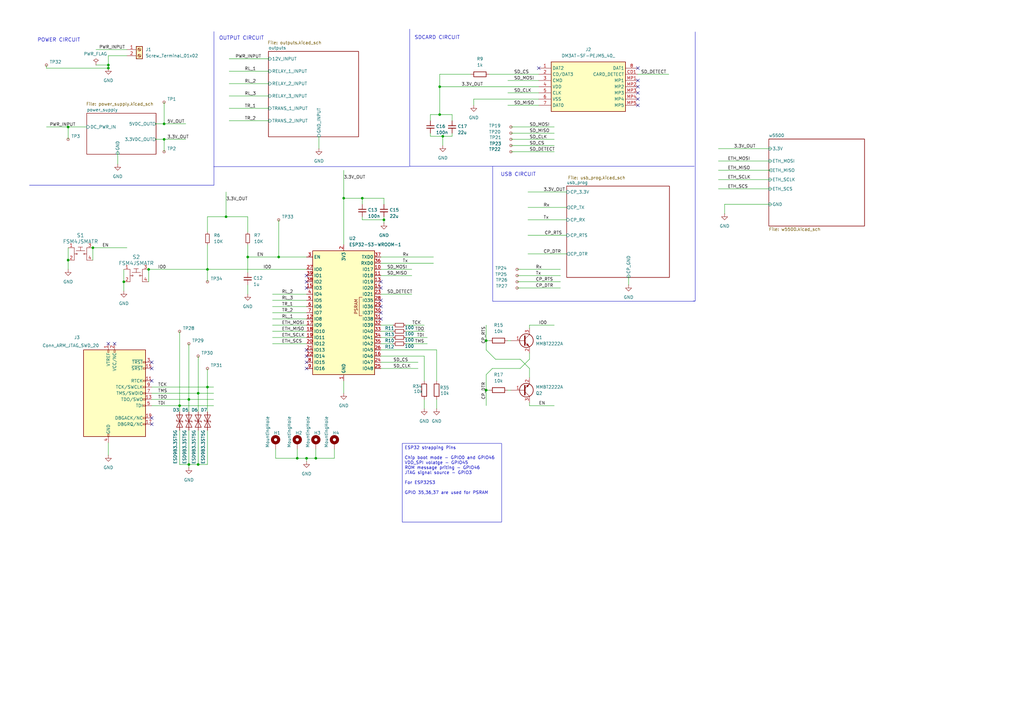
<source format=kicad_sch>
(kicad_sch (version 20231120) (generator "eeschema") (generator_version "8.0")
  (paper "A3")
  (junction (at 157.48 90.17))
  (junction (at 85.09 158.75))
  (junction (at 44.45 27.94))
  (junction (at 67.31 57.15))
  (junction (at 38.1 101.6))
  (junction (at 180.34 35.56))
  (junction (at 27.94 52.07))
  (junction (at 60.96 110.49))
  (junction (at 77.47 163.83))
  (junction (at 199.39 139.7))
  (junction (at 121.92 187.96))
  (junction (at 125.73 187.96))
  (junction (at 81.28 161.29))
  (junction (at 85.09 110.49))
  (junction (at 180.34 46.99))
  (junction (at 148.59 81.28))
  (junction (at 101.6 105.41))
  (junction (at 27.94 106.68))
  (junction (at 81.28 190.5))
  (junction (at 181.61 55.88))
  (junction (at 77.47 190.5))
  (junction (at 44.45 26.67))
  (junction (at 67.31 50.8))
  (junction (at 114.3 105.41))
  (junction (at 140.97 81.28))
  (junction (at 50.8 115.57))
  (junction (at 199.39 160.02))
  (junction (at 129.54 187.96))
  (junction (at 73.66 166.37))
  (junction (at 92.71 88.9))
  (no_connect (at 261.62 43.18))
  (no_connect (at 261.62 33.02))
  (no_connect (at 62.23 171.45))
  (no_connect (at 261.62 27.94))
  (no_connect (at 261.62 35.56))
  (no_connect (at 46.99 140.97))
  (no_connect (at 62.23 156.21))
  (no_connect (at 125.73 146.05))
  (no_connect (at 156.21 130.81))
  (no_connect (at 62.23 148.59))
  (no_connect (at 125.73 143.51))
  (no_connect (at 62.23 173.99))
  (no_connect (at 156.21 118.11))
  (no_connect (at 261.62 38.1))
  (no_connect (at 261.62 40.64))
  (no_connect (at 156.21 115.57))
  (no_connect (at 125.73 115.57))
  (no_connect (at 125.73 151.13))
  (no_connect (at 125.73 148.59))
  (no_connect (at 125.73 118.11))
  (no_connect (at 125.73 113.03))
  (no_connect (at 220.98 27.94))
  (no_connect (at 156.21 123.19))
  (no_connect (at 44.45 140.97))
  (no_connect (at 156.21 125.73))
  (no_connect (at 156.21 128.27))
  (no_connect (at 62.23 151.13))
  (wire (pts (xy 156.21 113.03) (xy 168.91 113.03)))
  (wire (pts (xy 81.28 161.29) (xy 87.63 161.29)))
  (wire (pts (xy 19.05 26.67) (xy 19.05 27.94)))
  (wire (pts (xy 92.71 78.74) (xy 92.71 88.9)))
  (wire (pts (xy 208.28 43.18) (xy 220.98 43.18)))
  (wire (pts (xy 85.09 100.33) (xy 85.09 110.49)))
  (wire (pts (xy 93.98 49.53) (xy 110.49 49.53)))
  (wire (pts (xy 166.37 135.89) (xy 173.99 135.89)))
  (wire (pts (xy 101.6 105.41) (xy 114.3 105.41)))
  (wire (pts (xy 156.21 107.95) (xy 177.8 107.95)))
  (wire (pts (xy 185.42 54.61) (xy 185.42 55.88)))
  (wire (pts (xy 62.23 166.37) (xy 73.66 166.37)))
  (wire (pts (xy 173.99 146.05) (xy 173.99 156.21)))
  (wire (pts (xy 140.97 156.21) (xy 140.97 161.29)))
  (wire (pts (xy 67.31 57.15) (xy 67.31 62.23)))
  (wire (pts (xy 200.66 30.48) (xy 220.98 30.48)))
  (wire (pts (xy 180.34 30.48) (xy 180.34 35.56)))
  (wire (pts (xy 208.28 139.7) (xy 209.55 139.7)))
  (wire (pts (xy 125.73 187.96) (xy 129.54 187.96)))
  (wire (pts (xy 85.09 88.9) (xy 85.09 95.25)))
  (wire (pts (xy 125.73 187.96) (xy 125.73 189.23)))
  (wire (pts (xy 199.39 133.35) (xy 199.39 139.7)))
  (wire (pts (xy 111.76 128.27) (xy 125.73 128.27)))
  (wire (pts (xy 60.96 110.49) (xy 85.09 110.49)))
  (wire (pts (xy 27.94 52.07) (xy 35.56 52.07)))
  (wire (pts (xy 156.21 146.05) (xy 173.99 146.05)))
  (wire (pts (xy 81.28 176.53) (xy 81.28 190.5)))
  (wire (pts (xy 199.39 139.7) (xy 200.66 139.7)))
  (wire (pts (xy 212.09 118.11) (xy 229.87 118.11)))
  (wire (pts (xy 113.03 187.96) (xy 121.92 187.96)))
  (wire (pts (xy 209.55 52.07) (xy 227.33 52.07)))
  (polyline (pts (xy 168.021 68.199) (xy 284.734 68.199)))
  (wire (pts (xy 294.64 73.66) (xy 316.23 73.66)))
  (wire (pts (xy 181.61 55.88) (xy 181.61 59.69)))
  (wire (pts (xy 212.09 113.03) (xy 229.87 113.03)))
  (wire (pts (xy 111.76 135.89) (xy 125.73 135.89)))
  (wire (pts (xy 85.09 151.13) (xy 85.09 158.75)))
  (wire (pts (xy 294.64 69.85) (xy 316.23 69.85)))
  (wire (pts (xy 81.28 146.05) (xy 81.28 161.29)))
  (polyline (pts (xy 168.021 11.938) (xy 168.021 68.199)))
  (wire (pts (xy 81.28 161.29) (xy 81.28 168.91)))
  (wire (pts (xy 212.09 115.57) (xy 229.87 115.57)))
  (wire (pts (xy 156.21 133.35) (xy 161.29 133.35)))
  (wire (pts (xy 208.28 33.02) (xy 220.98 33.02)))
  (wire (pts (xy 44.45 22.86) (xy 52.07 22.86)))
  (wire (pts (xy 27.94 101.6) (xy 27.94 106.68)))
  (wire (pts (xy 180.34 46.99) (xy 176.53 46.99)))
  (wire (pts (xy 101.6 116.84) (xy 101.6 120.65)))
  (wire (pts (xy 140.97 81.28) (xy 148.59 81.28)))
  (wire (pts (xy 85.09 110.49) (xy 125.73 110.49)))
  (wire (pts (xy 39.37 26.67) (xy 44.45 26.67)))
  (wire (pts (xy 67.31 57.15) (xy 76.2 57.15)))
  (wire (pts (xy 294.64 77.47) (xy 316.23 77.47)))
  (wire (pts (xy 63.5 50.8) (xy 67.31 50.8)))
  (wire (pts (xy 60.96 110.49) (xy 60.96 115.57)))
  (wire (pts (xy 201.93 151.13) (xy 213.36 151.13)))
  (wire (pts (xy 181.61 55.88) (xy 185.42 55.88)))
  (wire (pts (xy 73.66 135.89) (xy 73.66 166.37)))
  (wire (pts (xy 297.18 83.82) (xy 316.23 83.82)))
  (wire (pts (xy 180.34 35.56) (xy 180.34 46.99)))
  (wire (pts (xy 203.2 147.32) (xy 199.39 143.51)))
  (wire (pts (xy 38.1 101.6) (xy 52.07 101.6)))
  (wire (pts (xy 67.31 41.91) (xy 67.31 50.8)))
  (polyline (pts (xy 87.757 12.954) (xy 87.757 75.946)))
  (wire (pts (xy 19.05 52.07) (xy 27.94 52.07)))
  (wire (pts (xy 129.54 184.15) (xy 129.54 187.96)))
  (wire (pts (xy 156.21 148.59) (xy 171.45 148.59)))
  (wire (pts (xy 85.09 190.5) (xy 81.28 190.5)))
  (wire (pts (xy 209.55 62.23) (xy 227.33 62.23)))
  (wire (pts (xy 140.97 69.85) (xy 140.97 81.28)))
  (wire (pts (xy 121.92 184.15) (xy 121.92 187.96)))
  (wire (pts (xy 93.98 34.29) (xy 110.49 34.29)))
  (wire (pts (xy 217.17 151.13) (xy 213.36 147.32)))
  (wire (pts (xy 156.21 138.43) (xy 161.29 138.43)))
  (wire (pts (xy 175.26 140.97) (xy 166.37 140.97)))
  (wire (pts (xy 257.81 113.03) (xy 257.81 116.84)))
  (polyline (pts (xy 284.353 123.444) (xy 285.115 123.444)))
  (wire (pts (xy 101.6 88.9) (xy 101.6 95.25)))
  (wire (pts (xy 62.23 161.29) (xy 81.28 161.29)))
  (wire (pts (xy 199.39 139.7) (xy 199.39 143.51)))
  (wire (pts (xy 81.28 190.5) (xy 77.47 190.5)))
  (wire (pts (xy 203.2 147.32) (xy 213.36 147.32)))
  (wire (pts (xy 77.47 190.5) (xy 73.66 190.5)))
  (wire (pts (xy 179.07 156.21) (xy 179.07 143.51)))
  (wire (pts (xy 85.09 158.75) (xy 85.09 168.91)))
  (wire (pts (xy 216.535 104.14) (xy 232.41 104.14)))
  (wire (pts (xy 208.28 160.02) (xy 209.55 160.02)))
  (wire (pts (xy 156.21 120.65) (xy 168.91 120.65)))
  (wire (pts (xy 19.05 27.94) (xy 44.45 27.94)))
  (wire (pts (xy 294.64 60.96) (xy 316.23 60.96)))
  (wire (pts (xy 194.31 40.64) (xy 220.98 40.64)))
  (wire (pts (xy 93.98 29.21) (xy 110.49 29.21)))
  (wire (pts (xy 209.55 57.15) (xy 227.33 57.15)))
  (wire (pts (xy 209.55 54.61) (xy 227.33 54.61)))
  (wire (pts (xy 216.535 78.74) (xy 232.41 78.74)))
  (wire (pts (xy 73.66 166.37) (xy 73.66 168.91)))
  (polyline (pts (xy 285.115 13.081) (xy 285.115 123.444)))
  (wire (pts (xy 50.8 115.57) (xy 50.8 119.38)))
  (polyline (pts (xy 87.63 68.326) (xy 167.894 68.326)))
  (wire (pts (xy 62.23 158.75) (xy 85.09 158.75)))
  (wire (pts (xy 185.42 46.99) (xy 180.34 46.99)))
  (wire (pts (xy 38.1 101.6) (xy 38.1 106.68)))
  (wire (pts (xy 216.535 90.17) (xy 232.41 90.17)))
  (wire (pts (xy 85.09 110.49) (xy 85.09 115.57)))
  (wire (pts (xy 77.47 140.97) (xy 77.47 163.83)))
  (wire (pts (xy 156.21 110.49) (xy 168.91 110.49)))
  (wire (pts (xy 156.21 140.97) (xy 161.29 140.97)))
  (wire (pts (xy 62.23 163.83) (xy 77.47 163.83)))
  (wire (pts (xy 27.94 52.07) (xy 27.94 57.15)))
  (wire (pts (xy 173.99 163.83) (xy 173.99 167.64)))
  (wire (pts (xy 199.39 160.02) (xy 199.39 166.37)))
  (wire (pts (xy 73.66 166.37) (xy 87.63 166.37)))
  (wire (pts (xy 216.535 85.09) (xy 232.41 85.09)))
  (wire (pts (xy 85.09 158.75) (xy 87.63 158.75)))
  (wire (pts (xy 193.04 30.48) (xy 180.34 30.48)))
  (wire (pts (xy 93.98 24.13) (xy 110.49 24.13)))
  (wire (pts (xy 27.94 106.68) (xy 27.94 110.49)))
  (polyline (pts (xy 12.065 75.946) (xy 87.757 75.946)))
  (wire (pts (xy 67.31 50.8) (xy 76.2 50.8)))
  (wire (pts (xy 194.31 40.64) (xy 194.31 43.18)))
  (wire (pts (xy 180.34 35.56) (xy 220.98 35.56)))
  (wire (pts (xy 50.8 110.49) (xy 50.8 115.57)))
  (wire (pts (xy 129.54 187.96) (xy 137.16 187.96)))
  (wire (pts (xy 261.62 30.48) (xy 274.32 30.48)))
  (wire (pts (xy 85.09 176.53) (xy 85.09 190.5)))
  (wire (pts (xy 130.81 55.88) (xy 130.81 60.96)))
  (polyline (pts (xy 202.057 123.571) (xy 284.988 123.571)))
  (wire (pts (xy 217.17 134.62) (xy 217.17 133.35)))
  (wire (pts (xy 63.5 57.15) (xy 67.31 57.15)))
  (wire (pts (xy 201.93 151.13) (xy 199.39 153.67)))
  (wire (pts (xy 148.59 88.9) (xy 148.59 90.17)))
  (wire (pts (xy 44.45 22.86) (xy 44.45 26.67)))
  (wire (pts (xy 111.76 125.73) (xy 125.73 125.73)))
  (wire (pts (xy 217.17 166.37) (xy 227.33 166.37)))
  (wire (pts (xy 111.76 123.19) (xy 125.73 123.19)))
  (wire (pts (xy 121.92 187.96) (xy 125.73 187.96)))
  (wire (pts (xy 39.37 20.32) (xy 52.07 20.32)))
  (wire (pts (xy 111.76 133.35) (xy 125.73 133.35)))
  (wire (pts (xy 111.76 120.65) (xy 125.73 120.65)))
  (wire (pts (xy 179.07 163.83) (xy 179.07 167.64)))
  (wire (pts (xy 77.47 163.83) (xy 87.63 163.83)))
  (wire (pts (xy 77.47 176.53) (xy 77.47 190.5)))
  (wire (pts (xy 93.98 39.37) (xy 110.49 39.37)))
  (wire (pts (xy 157.48 83.82) (xy 157.48 81.28)))
  (wire (pts (xy 114.3 105.41) (xy 125.73 105.41)))
  (wire (pts (xy 173.99 133.35) (xy 166.37 133.35)))
  (wire (pts (xy 185.42 49.53) (xy 185.42 46.99)))
  (wire (pts (xy 217.17 147.32) (xy 213.36 151.13)))
  (wire (pts (xy 111.76 140.97) (xy 125.73 140.97)))
  (wire (pts (xy 217.17 144.78) (xy 217.17 147.32)))
  (wire (pts (xy 101.6 105.41) (xy 101.6 111.76)))
  (wire (pts (xy 148.59 90.17) (xy 157.48 90.17)))
  (wire (pts (xy 156.21 105.41) (xy 177.8 105.41)))
  (wire (pts (xy 93.98 44.45) (xy 110.49 44.45)))
  (wire (pts (xy 175.26 138.43) (xy 166.37 138.43)))
  (wire (pts (xy 111.76 138.43) (xy 125.73 138.43)))
  (wire (pts (xy 148.59 81.28) (xy 148.59 83.82)))
  (wire (pts (xy 140.97 81.28) (xy 140.97 100.33)))
  (wire (pts (xy 209.55 59.69) (xy 227.33 59.69)))
  (wire (pts (xy 157.48 88.9) (xy 157.48 90.17)))
  (wire (pts (xy 294.64 66.04) (xy 316.23 66.04)))
  (wire (pts (xy 77.47 163.83) (xy 77.47 168.91)))
  (wire (pts (xy 199.39 160.02) (xy 200.66 160.02)))
  (wire (pts (xy 85.09 88.9) (xy 92.71 88.9)))
  (wire (pts (xy 216.535 96.52) (xy 232.41 96.52)))
  (wire (pts (xy 176.53 54.61) (xy 176.53 55.88)))
  (wire (pts (xy 73.66 190.5) (xy 73.66 176.53)))
  (wire (pts (xy 44.45 181.61) (xy 44.45 186.69)))
  (wire (pts (xy 137.16 184.15) (xy 137.16 187.96)))
  (wire (pts (xy 297.18 87.63) (xy 297.18 83.82)))
  (wire (pts (xy 157.48 90.17) (xy 157.48 91.44)))
  (wire (pts (xy 48.26 62.23) (xy 48.26 67.31)))
  (wire (pts (xy 111.76 130.81) (xy 125.73 130.81)))
  (wire (pts (xy 179.07 143.51) (xy 156.21 143.51)))
  (wire (pts (xy 157.48 81.28) (xy 148.59 81.28)))
  (wire (pts (xy 217.17 133.35) (xy 227.33 133.35)))
  (wire (pts (xy 217.17 151.13) (xy 217.17 154.94)))
  (wire (pts (xy 212.09 110.49) (xy 229.87 110.49)))
  (wire (pts (xy 113.03 184.15) (xy 113.03 187.96)))
  (wire (pts (xy 176.53 46.99) (xy 176.53 49.53)))
  (wire (pts (xy 77.47 190.5) (xy 77.47 191.77)))
  (wire (pts (xy 101.6 100.33) (xy 101.6 105.41)))
  (wire (pts (xy 92.71 88.9) (xy 101.6 88.9)))
  (wire (pts (xy 176.53 55.88) (xy 181.61 55.88)))
  (wire (pts (xy 44.45 26.67) (xy 44.45 27.94)))
  (wire (pts (xy 156.21 135.89) (xy 161.29 135.89)))
  (wire (pts (xy 156.21 151.13) (xy 171.45 151.13)))
  (wire (pts (xy 199.39 153.67) (xy 199.39 160.02)))
  (wire (pts (xy 217.17 165.1) (xy 217.17 166.37)))
  (wire (pts (xy 114.3 90.17) (xy 114.3 105.41)))
  (polyline (pts (xy 202.057 68.326) (xy 202.057 123.571)))
  (wire (pts (xy 208.28 38.1) (xy 220.98 38.1)))
  (text_box "ESP32 strapping Pins\n\nChip boot mode - GPIO0 and GPIO46\nVDD_SPI volatge - GPIO45\nROM message priting - GPIO46\nJTAG signal source - GPIO3\n\nFor ESP32S3\n\nGPIO 35,36,37 are used for PSRAM" (at 164.973 181.864 0) (size 40.767 32.258) (effects (font (size 1.27 1.27)) (justify left top)))
  (text "SDCARD CIRCUIT" (at 179.324 15.494 0) (effects (font (size 1.5 1.5))))
  (text "USB CIRCUIT" (at 212.598 71.628 0) (effects (font (size 1.5 1.5))))
  (text "OUTPUT CIRCUIT" (at 99.06 15.748 0) (effects (font (size 1.5 1.5))))
  (text "POWER CIRCUIT" (at 24.13 16.51 0) (effects (font (size 1.5 1.5))))
  (label "RL_1" (at 115.57 130.81 0))
  (label "TR_1" (at 100.33 44.45 0))
  (label "CP_RTS" (at 199.39 140.97 90))
  (label "SD_CS" (at 161.29 148.59 0))
  (label "TDI" (at 64.77 166.37 0))
  (label "RL_3" (at 115.57 123.19 0))
  (label "SD_MISO" (at 217.17 54.61 0))
  (label "TCK" (at 172.72 133.35 180))
  (label "Rx" (at 219.71 110.49 0))
  (label "3.3V_OUT" (at 222.885 78.74 0))
  (label "SD_MISO" (at 158.75 113.03 0))
  (label "TDO" (at 64.77 163.83 0))
  (label "ETH_MOSI" (at 298.45 66.04 0))
  (label "RL_2" (at 115.57 120.65 0))
  (label "TDI" (at 173.99 138.43 180))
  (label "EN" (at 41.91 101.6 0))
  (label "SD_DETECT" (at 158.75 120.65 0))
  (label "RL_2" (at 100.33 34.29 0))
  (label "5V_OUT" (at 68.58 50.8 0))
  (label "Rx" (at 165.1 105.41 0))
  (label "3.3V_OUT" (at 92.71 82.55 0))
  (label "IO0" (at 107.95 110.49 0))
  (label "ETH_MISO" (at 115.57 135.89 0))
  (label "PWR_INPUT" (at 40.64 20.32 0))
  (label "ETH_SCS" (at 298.45 77.47 0))
  (label "ETH_SCS" (at 115.57 140.97 0))
  (label "3.3V_OUT" (at 300.99 60.96 0))
  (label "SD_DETECT" (at 262.89 30.48 0))
  (label "SD_CLK" (at 217.17 57.15 0))
  (label "ETH_MOSI" (at 115.57 133.35 0))
  (label "EN" (at 105.41 105.41 0))
  (label "SD_MOSI" (at 217.17 52.07 0))
  (label "ETH_SCLK" (at 115.57 138.43 0))
  (label "ETH_MISO" (at 298.45 69.85 0))
  (label "IO0" (at 220.98 133.35 0))
  (label "ETH_SCLK" (at 298.45 73.66 0))
  (label "PWR_INPUT" (at 20.32 52.07 0))
  (label "SD_CS" (at 217.17 59.69 0))
  (label "TR_2" (at 100.33 49.53 0))
  (label "RL_3" (at 100.33 39.37 0))
  (label "Tx" (at 165.1 107.95 0))
  (label "TR_2" (at 115.57 128.27 0))
  (label "SD_CLK" (at 161.29 151.13 0))
  (label "Rx" (at 222.885 85.09 0))
  (label "CP_DTR" (at 219.71 118.11 0))
  (label "SD_CS" (at 210.82 30.48 0))
  (label "SD_MISO" (at 210.82 43.18 0))
  (label "SD_CLK" (at 210.82 38.1 0))
  (label "TCK" (at 64.77 158.75 0))
  (label "3.3V_OUT" (at 140.97 73.66 0))
  (label "TR_1" (at 115.57 125.73 0))
  (label "Tx" (at 219.71 113.03 0))
  (label "IO0" (at 64.77 110.49 0))
  (label "CP_DTR" (at 222.885 104.14 0))
  (label "SD_MOSI" (at 158.75 110.49 0))
  (label "TDO" (at 173.99 135.89 180))
  (label "RL_1" (at 100.33 29.21 0))
  (label "EN" (at 220.98 166.37 0))
  (label "TMS" (at 173.99 140.97 180))
  (label "CP_RTS" (at 219.71 115.57 0))
  (label "3.3V_OUT" (at 68.58 57.15 0))
  (label "Tx" (at 222.885 90.17 0))
  (label "SD_DETECT" (at 217.17 62.23 0))
  (label "CP_DTR" (at 199.39 163.83 90))
  (label "3.3V_OUT" (at 189.23 35.56 0))
  (label "SD_MOSI" (at 210.82 33.02 0))
  (label "PWR_INPUT" (at 96.52 24.13 0))
  (label "CP_RTS" (at 230.505 96.52 180))
  (label "TMS" (at 64.77 161.29 0))
  (symbol (lib_id "Device:C_Small") (at 101.6 114.3 0) (unit 1)
    (property "Reference" "C12" (at 103.886 114.046 0) (effects (justify left)))
    (property "Value" "1u" (at 103.886 116.586 0) (effects (justify left)))
    (property "Footprint" "Capacitor_SMD:C_0603_1608Metric_Pad1.08x0.95mm_HandSolder" (effects (hide yes)))
    (property "Description" "Unpolarized capacitor, small symbol" (effects (hide yes)))
    (property "part number" "CC0603KRX5R6BB105" (effects (hide yes)))
    (property "JLCPCB Part #" "C106214" (effects (hide yes)))
  )
  (symbol (lib_id "Connector:TestPoint_Small") (at 209.55 57.15 90) (unit 1)
    (property "Reference" "TP21" (at 203.2 56.388 90))
    (property "Value" " " (effects (hide yes)))
    (property "Footprint" "TestPoint:TestPoint_Pad_1.5x1.5mm" (effects (hide yes)))
    (property "Description" "test point" (effects (hide yes)))
  )
  (symbol (lib_id "Device:R") (at 196.85 30.48 90) (unit 1)
    (property "Reference" "R9" (at 196.85 24.13 90))
    (property "Value" "1k" (at 196.85 26.67 90))
    (property "Footprint" "Resistor_SMD:R_0603_1608Metric_Pad0.98x0.95mm_HandSolder" (effects (hide yes)))
    (property "Description" "Resistor" (effects (hide yes)))
    (property "part number" "RC0603FR-071KL" (effects (hide yes)))
    (property "JLCPCB Part #" " C22548" (effects (hide yes)))
  )
  (symbol (lib_id "Device:C_Small") (at 148.59 86.36 0) (unit 1)
    (property "Reference" "C13" (at 150.876 86.106 0) (effects (justify left)))
    (property "Value" "100n" (at 150.876 88.646 0) (effects (justify left)))
    (property "Footprint" "Capacitor_SMD:C_0603_1608Metric_Pad1.08x0.95mm_HandSolder" (effects (hide yes)))
    (property "Description" "Unpolarized capacitor, small symbol" (effects (hide yes)))
    (property "part number" "C0603C104K5RACAUTO" (effects (hide yes)))
    (property "JLCPCB Part #" "C129621" (effects (hide yes)))
  )
  (symbol (lib_id "Device:R_Small") (at 101.6 97.79 0) (unit 1)
    (property "Reference" "R7" (at 104.14 96.5199 0) (effects (justify left)))
    (property "Value" "10K" (at 104.14 99.0599 0) (effects (justify left)))
    (property "Footprint" "Resistor_SMD:R_0603_1608Metric_Pad0.98x0.95mm_HandSolder" (effects (hide yes)))
    (property "Description" "Resistor, small symbol" (effects (hide yes)))
    (property "part number" "RC0603FR-0710KL" (effects (hide yes)))
    (property "JLCPCB Part #" "C98220 " (effects (hide yes)))
  )
  (symbol (lib_id "power:PWR_FLAG") (at 39.37 26.67 0) (unit 1)
    (property "Reference" "#FLG01" (effects (hide yes)))
    (property "Value" "PWR_FLAG" (at 39.116 22.098 0))
    (property "Description" "Special symbol for telling ERC where power comes from" (effects (hide yes)))
  )
  (symbol (lib_id "power:GND") (at 179.07 167.64 0) (unit 1)
    (property "Reference" "#PWR053" (effects (hide yes)))
    (property "Value" "GND" (at 179.07 172.72 0))
    (property "Description" "Power symbol creates a global label with name \"GND\" , ground" (effects (hide yes)))
  )
  (symbol (lib_id "Connector:TestPoint_Small") (at 212.09 110.49 90) (unit 1)
    (property "Reference" "TP24" (at 205.486 109.982 90))
    (property "Value" " " (effects (hide yes)))
    (property "Footprint" "TestPoint:TestPoint_Pad_1.5x1.5mm" (effects (hide yes)))
    (property "Description" "test point" (effects (hide yes)))
  )
  (symbol (lib_id "Connector:TestPoint_Small") (at 212.09 115.57 90) (unit 1)
    (property "Reference" "TP26" (at 205.74 114.808 90))
    (property "Value" " " (effects (hide yes)))
    (property "Footprint" "TestPoint:TestPoint_Pad_1.5x1.5mm" (effects (hide yes)))
    (property "Description" "test point" (effects (hide yes)))
  )
  (symbol (lib_id "power:GND") (at 50.8 119.38 0) (unit 1)
    (property "Reference" "#PWR051" (effects (hide yes)))
    (property "Value" "GND" (at 50.8 124.46 0))
    (property "Description" "Power symbol creates a global label with name \"GND\" , ground" (effects (hide yes)))
  )
  (symbol (lib_id "power:GND") (at 44.45 27.94 0) (unit 1)
    (property "Reference" "#PWR01" (effects (hide yes)))
    (property "Value" "GND" (at 44.45 33.02 0))
    (property "Description" "Power symbol creates a global label with name \"GND\" , ground" (effects (hide yes)))
  )
  (symbol (lib_id "Device:C_Small") (at 157.48 86.36 0) (unit 1)
    (property "Reference" "C15" (at 159.766 86.106 0) (effects (justify left)))
    (property "Value" "22u" (at 159.766 88.646 0) (effects (justify left)))
    (property "Footprint" "Capacitor_SMD:C_1206_3216Metric_Pad1.33x1.80mm_HandSolder" (effects (hide yes)))
    (property "Description" "Unpolarized capacitor, small symbol" (effects (hide yes)))
    (property "part number" "HGC1206R5226M350NSPJ" (effects (hide yes)))
    (property "JLCPCB Part #" " C22367834" (effects (hide yes)))
  )
  (symbol (lib_id "Connector:TestPoint_Small") (at 212.09 118.11 90) (unit 1)
    (property "Reference" "TP27" (at 205.74 117.348 90))
    (property "Value" " " (effects (hide yes)))
    (property "Footprint" "TestPoint:TestPoint_Pad_1.5x1.5mm" (effects (hide yes)))
    (property "Description" "test point" (effects (hide yes)))
  )
  (symbol (lib_id "Diode:ESD9B3.3ST5G") (at 85.09 172.72 90) (unit 1)
    (property "Reference" "D7" (at 82.296 168.148 90) (effects (justify right)))
    (property "Value" "ESD9B3.3ST5G" (at 83.312 176.276 0) (effects (justify right)))
    (property "Footprint" "Diode_SMD:D_SOD-923" (effects (hide yes)))
    (property "Datasheet" "https://www.onsemi.com/pub/Collateral/ESD9B-D.PDF" (effects (hide yes)))
    (property "Description" "ESD protection diode, 3.3Vrwm, SOD-923" (effects (hide yes)))
    (property "part number" " ESD9B3.3ST5G" (effects (hide yes)))
    (property "JLCPCB Part #" " C3040608" (effects (hide yes)))
  )
  (symbol (lib_id "power:GND") (at 77.47 191.77 0) (unit 1)
    (property "Reference" "#PWR016" (effects (hide yes)))
    (property "Value" "GND" (at 77.47 196.85 0))
    (property "Description" "Power symbol creates a global label with name \"GND\" , ground" (effects (hide yes)))
  )
  (symbol (lib_id "power:GND") (at 101.6 120.65 0) (unit 1)
    (property "Reference" "#PWR011" (effects (hide yes)))
    (property "Value" "GND" (at 101.6 125.73 0))
    (property "Description" "Power symbol creates a global label with name \"GND\" , ground" (effects (hide yes)))
  )
  (symbol (lib_id "power:GND") (at 194.31 43.18 0) (unit 1)
    (property "Reference" "#PWR012" (effects (hide yes)))
    (property "Value" "GND" (at 194.31 48.26 0))
    (property "Description" "Power symbol creates a global label with name \"GND\" , ground" (effects (hide yes)))
  )
  (symbol (lib_id "power:GND") (at 125.73 189.23 0) (unit 1)
    (property "Reference" "#PWR010" (effects (hide yes)))
    (property "Value" "GND" (at 125.73 194.31 0))
    (property "Description" "Power symbol creates a global label with name \"GND\" , ground" (effects (hide yes)))
  )
  (symbol (lib_id "Connector:TestPoint_Small") (at 81.28 146.05 0) (unit 1)
    (property "Reference" "TP30" (at 82.55 144.7799 0) (effects (justify left)))
    (property "Value" " " (at 82.55 147.3199 0) (effects (justify left)))
    (property "Footprint" "TestPoint:TestPoint_Pad_1.5x1.5mm" (effects (hide yes)))
    (property "Description" "test point" (effects (hide yes)))
  )
  (symbol (lib_id "Connector:TestPoint_Small") (at 73.66 135.89 0) (unit 1)
    (property "Reference" "TP28" (at 74.93 134.6199 0) (effects (justify left)))
    (property "Value" " " (at 74.93 137.1599 0) (effects (justify left)))
    (property "Footprint" "TestPoint:TestPoint_Pad_1.5x1.5mm" (effects (hide yes)))
    (property "Description" "test point" (effects (hide yes)))
  )
  (symbol (lib_id "power:GND") (at 48.26 67.31 0) (unit 1)
    (property "Reference" "#PWR05" (effects (hide yes)))
    (property "Value" "GND" (at 48.26 72.39 0))
    (property "Description" "Power symbol creates a global label with name \"GND\" , ground" (effects (hide yes)))
  )
  (symbol (lib_id "Connector:TestPoint_Small") (at 67.31 41.91 0) (unit 1)
    (property "Reference" "TP1" (at 68.58 40.6399 0) (effects (justify left)))
    (property "Value" " " (at 68.58 43.1799 0) (effects (justify left)))
    (property "Footprint" "TestPoint:TestPoint_Pad_1.5x1.5mm" (effects (hide yes)))
    (property "Description" "test point" (effects (hide yes)))
  )
  (symbol (lib_id "Diode:ESD9B3.3ST5G") (at 77.47 172.72 90) (unit 1)
    (property "Reference" "D5" (at 74.676 168.148 90) (effects (justify right)))
    (property "Value" "ESD9B3.3ST5G" (at 75.692 176.276 0) (effects (justify right)))
    (property "Footprint" "Diode_SMD:D_SOD-923" (effects (hide yes)))
    (property "Datasheet" "https://www.onsemi.com/pub/Collateral/ESD9B-D.PDF" (effects (hide yes)))
    (property "Description" "ESD protection diode, 3.3Vrwm, SOD-923" (effects (hide yes)))
    (property "part number" " ESD9B3.3ST5G" (effects (hide yes)))
    (property "JLCPCB Part #" " C3040608" (effects (hide yes)))
  )
  (symbol (lib_id "Connector:TestPoint_Small") (at 209.55 59.69 90) (unit 1)
    (property "Reference" "TP23" (at 203.2 58.928 90))
    (property "Value" " " (effects (hide yes)))
    (property "Footprint" "TestPoint:TestPoint_Pad_1.5x1.5mm" (effects (hide yes)))
    (property "Description" "test point" (effects (hide yes)))
  )
  (symbol (lib_id "Connector:TestPoint_Small") (at 85.09 115.57 180) (unit 1)
    (property "Reference" "TP34" (at 86.36 114.2999 0) (effects (justify right)))
    (property "Value" " " (at 86.36 116.8399 0) (effects (justify right)))
    (property "Footprint" "TestPoint:TestPoint_Pad_1.5x1.5mm" (effects (hide yes)))
    (property "Description" "test point" (effects (hide yes)))
  )
  (symbol (lib_id "Connector:TestPoint_Small") (at 212.09 113.03 90) (unit 1)
    (property "Reference" "TP25" (at 205.486 112.522 90))
    (property "Value" " " (effects (hide yes)))
    (property "Footprint" "TestPoint:TestPoint_Pad_1.5x1.5mm" (effects (hide yes)))
    (property "Description" "test point" (effects (hide yes)))
  )
  (symbol (lib_id "Device:R") (at 204.47 139.7 90) (unit 1)
    (property "Reference" "R15" (at 204.47 133.35 90))
    (property "Value" "10k" (at 204.47 135.89 90))
    (property "Footprint" "Resistor_SMD:R_0603_1608Metric_Pad0.98x0.95mm_HandSolder" (effects (hide yes)))
    (property "Description" "Resistor" (effects (hide yes)))
    (property "part number" "RC0603FR-0710KL" (effects (hide yes)))
    (property "JLCPCB Part #" "C98220 " (effects (hide yes)))
  )
  (symbol (lib_id "Connector:Screw_Terminal_01x02") (at 57.15 20.32 0) (unit 1)
    (property "Reference" "J1" (at 59.69 20.3199 0) (effects (justify left)))
    (property "Value" "Screw_Terminal_01x02" (at 59.69 22.8599 0) (effects (justify left)))
    (property "Footprint" "TerminalBlock:TerminalBlock_bornier-2_P5.08mm" (effects (hide yes)))
    (property "Description" "Generic screw terminal, single row, 01x02, script generated (kicad-library-utils/schlib/autogen/connector/)" (effects (hide yes)))
  )
  (symbol (lib_id "Connector:TestPoint_Small") (at 85.09 151.13 0) (unit 1)
    (property "Reference" "TP31" (at 86.36 149.8599 0) (effects (justify left)))
    (property "Value" " " (at 86.36 152.3999 0) (effects (justify left)))
    (property "Footprint" "TestPoint:TestPoint_Pad_1.5x1.5mm" (effects (hide yes)))
    (property "Description" "test point" (effects (hide yes)))
  )
  (symbol (lib_id "Device:C_Small") (at 176.53 52.07 0) (unit 1)
    (property "Reference" "C16" (at 178.816 51.816 0) (effects (justify left)))
    (property "Value" "100n" (at 178.816 54.356 0) (effects (justify left)))
    (property "Footprint" "Capacitor_SMD:C_0603_1608Metric_Pad1.08x0.95mm_HandSolder" (effects (hide yes)))
    (property "Description" "Unpolarized capacitor, small symbol" (effects (hide yes)))
    (property "part number" "C0603C104K5RACAUTO" (effects (hide yes)))
    (property "JLCPCB Part #" "C129621" (effects (hide yes)))
  )
  (symbol (lib_id "power:GND") (at 297.18 87.63 0) (unit 1)
    (property "Reference" "#PWR040" (effects (hide yes)))
    (property "Value" "GND" (at 297.18 92.71 0))
    (property "Description" "Power symbol creates a global label with name \"GND\" , ground" (effects (hide yes)))
  )
  (symbol (lib_id "Device:R_Small") (at 85.09 97.79 0) (unit 1)
    (property "Reference" "R6" (at 87.63 96.5199 0) (effects (justify left)))
    (property "Value" "10K" (at 87.63 99.0599 0) (effects (justify left)))
    (property "Footprint" "Resistor_SMD:R_0603_1608Metric_Pad0.98x0.95mm_HandSolder" (effects (hide yes)))
    (property "Description" "Resistor, small symbol" (effects (hide yes)))
    (property "part number" "RC0603FR-0710KL" (effects (hide yes)))
    (property "JLCPCB Part #" "C98220 " (effects (hide yes)))
  )
  (symbol (lib_id "Device:C_Small") (at 185.42 52.07 0) (unit 1)
    (property "Reference" "C17" (at 187.706 51.816 0) (effects (justify left)))
    (property "Value" "22u" (at 187.706 54.356 0) (effects (justify left)))
    (property "Footprint" "Capacitor_SMD:C_1206_3216Metric_Pad1.33x1.80mm_HandSolder" (effects (hide yes)))
    (property "Description" "Unpolarized capacitor, small symbol" (effects (hide yes)))
    (property "part number" "HGC1206R5226M350NSPJ" (effects (hide yes)))
    (property "JLCPCB Part #" " C22367834" (effects (hide yes)))
  )
  (symbol (lib_id "power:GND") (at 140.97 161.29 0) (unit 1)
    (property "Reference" "#PWR013" (effects (hide yes)))
    (property "Value" "GND" (at 140.97 166.37 0))
    (property "Description" "Power symbol creates a global label with name \"GND\" , ground" (effects (hide yes)))
  )
  (symbol (lib_id "Device:R_Small") (at 163.83 135.89 270) (unit 1)
    (property "Reference" "R13" (at 159.766 137.16 90))
    (property "Value" "100" (at 167.894 136.906 90))
    (property "Footprint" "Resistor_SMD:R_0603_1608Metric_Pad0.98x0.95mm_HandSolder" (effects (hide yes)))
    (property "Description" "Resistor, small symbol" (effects (hide yes)))
    (property "part number" "RC0603FR-07100RL" (effects (hide yes)))
    (property "JLCPCB Part #" "C105588" (effects (hide yes)))
  )
  (symbol (lib_id "Connector:TestPoint_Small") (at 209.55 54.61 90) (unit 1)
    (property "Reference" "TP20" (at 202.946 54.102 90))
    (property "Value" " " (effects (hide yes)))
    (property "Footprint" "TestPoint:TestPoint_Pad_1.5x1.5mm" (effects (hide yes)))
    (property "Description" "test point" (effects (hide yes)))
  )
  (symbol (lib_id "RF_Module:ESP32-S3-WROOM-1") (at 140.97 128.27 0) (unit 1)
    (property "Reference" "U2" (at 143.1641 97.79 0) (effects (justify left)))
    (property "Value" "ESP32-S3-WROOM-1" (at 143.1641 100.33 0) (effects (justify left)))
    (property "Footprint" "RF_Module:ESP32-S3-WROOM-1" (effects (hide yes)))
    (property "Datasheet" "https://www.espressif.com/sites/default/files/documentation/esp32-s3-wroom-1_wroom-1u_datasheet_en.pdf" (effects (hide yes)))
    (property "Description" "RF Module, ESP32-S3 SoC, Wi-Fi 802.11b/g/n, Bluetooth, BLE, 32-bit, 3.3V, onboard antenna, SMD" (effects (hide yes)))
    (property "part number" "ESP32-S3-WROOM-1-N8R8" (effects (hide yes)))
    (property "JLCPCB Part #" "C2913201" (effects (hide yes)))
  )
  (symbol (lib_id "Diode:ESD9B3.3ST5G") (at 81.28 172.72 90) (unit 1)
    (property "Reference" "D6" (at 78.486 168.148 90) (effects (justify right)))
    (property "Value" "ESD9B3.3ST5G" (at 79.502 176.276 0) (effects (justify right)))
    (property "Footprint" "Diode_SMD:D_SOD-923" (effects (hide yes)))
    (property "Datasheet" "https://www.onsemi.com/pub/Collateral/ESD9B-D.PDF" (effects (hide yes)))
    (property "Description" "ESD protection diode, 3.3Vrwm, SOD-923" (effects (hide yes)))
    (property "part number" " ESD9B3.3ST5G" (effects (hide yes)))
    (property "JLCPCB Part #" " C3040608" (effects (hide yes)))
  )
  (symbol (lib_id "power:GND") (at 173.99 167.64 0) (unit 1)
    (property "Reference" "#PWR052" (effects (hide yes)))
    (property "Value" "GND" (at 173.99 172.72 0))
    (property "Description" "Power symbol creates a global label with name \"GND\" , ground" (effects (hide yes)))
  )
  (symbol (lib_id "power:GND") (at 157.48 91.44 0) (unit 1)
    (property "Reference" "#PWR014" (effects (hide yes)))
    (property "Value" "GND" (at 157.48 96.52 0))
    (property "Description" "Power symbol creates a global label with name \"GND\" , ground" (effects (hide yes)))
  )
  (symbol (lib_id "Mechanical:MountingHole_Pad") (at 129.54 181.61 0) (unit 1) (exclude_from_sim yes) (in_bom no)
    (property "Reference" "H3" (at 128.778 177.546 0) (effects (justify left)))
    (property "Value" "MountingHole" (at 126.238 183.642 90) (effects (justify left)))
    (property "Footprint" "MountingHole:MountingHole_2.5mm_Pad" (effects (hide yes)))
    (property "Description" "Mounting Hole with connection" (effects (hide yes)))
  )
  (symbol (lib_id "Connector:Conn_ARM_JTAG_SWD_20") (at 46.99 161.29 0) (unit 1)
    (property "Reference" "J3" (at 32.766 138.43 0) (effects (justify right)))
    (property "Value" "Conn_ARM_JTAG_SWD_20" (at 40.64 141.732 0) (effects (justify right)))
    (property "Footprint" "Connector_IDC:IDC-Header_2x10_P2.54mm_Vertical" (effects (hide yes)))
    (property "Datasheet" "http://infocenter.arm.com/help/topic/com.arm.doc.dui0499b/DUI0499B_system_design_reference.pdf" (effects (hide yes)))
    (property "Description" "Standard IDC20 Pinheader Connector, ARM legacy JTAG and SWD interface" (effects (hide yes)))
  )
  (symbol (lib_id "Device:R") (at 173.99 160.02 180) (unit 1)
    (property "Reference" "R34" (at 169.164 158.496 0) (effects (justify right)))
    (property "Value" "10k" (at 169.672 160.528 0) (effects (justify right)))
    (property "Footprint" "Resistor_SMD:R_0603_1608Metric_Pad0.98x0.95mm_HandSolder" (effects (hide yes)))
    (property "Description" "Resistor" (effects (hide yes)))
    (property "part number" "RC0603FR-0710KL" (effects (hide yes)))
    (property "JLCPCB Part #" "C98220 " (effects (hide yes)))
  )
  (symbol (lib_id "Device:R") (at 179.07 160.02 180) (unit 1)
    (property "Reference" "R35" (at 180.34 159.004 0) (effects (justify right)))
    (property "Value" "10k" (at 180.594 161.29 0) (effects (justify right)))
    (property "Footprint" "Resistor_SMD:R_0603_1608Metric_Pad0.98x0.95mm_HandSolder" (effects (hide yes)))
    (property "Description" "Resistor" (effects (hide yes)))
    (property "part number" "RC0603FR-0710KL" (effects (hide yes)))
    (property "JLCPCB Part #" "C98220 " (effects (hide yes)))
  )
  (symbol (lib_id "Device:R_Small") (at 163.83 140.97 270) (unit 1)
    (property "Reference" "R12" (at 159.766 142.24 90))
    (property "Value" "100" (at 167.894 141.986 90))
    (property "Footprint" "Resistor_SMD:R_0603_1608Metric_Pad0.98x0.95mm_HandSolder" (effects (hide yes)))
    (property "Description" "Resistor, small symbol" (effects (hide yes)))
    (property "part number" "RC0603FR-07100RL" (effects (hide yes)))
    (property "JLCPCB Part #" "C105588" (effects (hide yes)))
  )
  (symbol (lib_id "Mechanical:MountingHole_Pad") (at 137.16 181.61 0) (unit 1) (exclude_from_sim yes) (in_bom no)
    (property "Reference" "H4" (at 136.398 177.546 0) (effects (justify left)))
    (property "Value" "MountingHole" (at 133.858 183.642 90) (effects (justify left)))
    (property "Footprint" "MountingHole:MountingHole_2.5mm_Pad" (effects (hide yes)))
    (property "Description" "Mounting Hole with connection" (effects (hide yes)))
  )
  (symbol (lib_id "Connector:TestPoint_Small") (at 67.31 62.23 180) (unit 1)
    (property "Reference" "TP2" (at 68.58 60.9599 0) (effects (justify right)))
    (property "Value" " " (at 68.58 63.4999 0) (effects (justify right)))
    (property "Footprint" "TestPoint:TestPoint_Pad_1.5x1.5mm" (effects (hide yes)))
    (property "Description" "test point" (effects (hide yes)))
  )
  (symbol (lib_id "Mechanical:MountingHole_Pad") (at 113.03 181.61 0) (unit 1) (exclude_from_sim yes) (in_bom no)
    (property "Reference" "H1" (at 112.268 177.546 0) (effects (justify left)))
    (property "Value" "MountingHole" (at 109.728 183.642 90) (effects (justify left)))
    (property "Footprint" "MountingHole:MountingHole_2.5mm_Pad" (effects (hide yes)))
    (property "Description" "Mounting Hole with connection" (effects (hide yes)))
  )
  (symbol (lib_id "power:GND") (at 44.45 186.69 0) (unit 1)
    (property "Reference" "#PWR09" (effects (hide yes)))
    (property "Value" "GND" (at 44.45 191.77 0))
    (property "Description" "Power symbol creates a global label with name \"GND\" , ground" (effects (hide yes)))
  )
  (symbol (lib_id "Connector:TestPoint_Small") (at 19.05 26.67 0) (unit 1)
    (property "Reference" "TP32" (at 20.32 25.3999 0) (effects (justify left)))
    (property "Value" " " (at 20.32 27.9399 0) (effects (justify left)))
    (property "Footprint" "TestPoint:TestPoint_Pad_1.5x1.5mm" (effects (hide yes)))
    (property "Description" "test point" (effects (hide yes)))
  )
  (symbol (lib_id "Device:R") (at 204.47 160.02 90) (unit 1)
    (property "Reference" "R17" (at 204.47 153.67 90))
    (property "Value" "10k" (at 204.47 156.21 90))
    (property "Footprint" "Resistor_SMD:R_0603_1608Metric_Pad0.98x0.95mm_HandSolder" (effects (hide yes)))
    (property "Description" "Resistor" (effects (hide yes)))
    (property "part number" "RC0603FR-0710KL" (effects (hide yes)))
    (property "JLCPCB Part #" "C98220 " (effects (hide yes)))
  )
  (symbol (lib_id "dk_Tactile-Switches:FSM4JSMATR") (at 33.02 104.14 0) (unit 1)
    (property "Reference" "S1" (at 33.02 96.52 0) (effects (font (size 1.524 1.524))))
    (property "Value" "FSM4JSMATR" (at 33.02 99.06 0) (effects (font (size 1.524 1.524))))
    (property "Footprint" "digikey-footprints:Switch_Tactile_SMD_6x6mm" (effects (hide yes)))
    (property "Datasheet" "https://www.te.com/commerce/DocumentDelivery/DDEController?Action=srchrtrv&DocNm=2-1437565-7&DocType=Customer+Drawing&DocLang=English" (effects (hide yes)))
    (property "Description" "SWITCH TACTILE SPST-NO 0.05A 24V" (effects (hide yes)))
    (property "MPN" "FSM4JSMATR" (effects (hide yes)))
    (property "Category" "Switches" (effects (hide yes)))
    (property "Family" "Tactile Switches" (effects (hide yes)))
    (property "DK_Datasheet_Link" "https://www.te.com/commerce/DocumentDelivery/DDEController?Action=srchrtrv&DocNm=2-1437565-7&DocType=Customer+Drawing&DocLang=English" (effects (hide yes)))
    (property "DK_Detail_Page" "/product-detail/en/te-connectivity-alcoswitch-switches/FSM4JSMATR/450-1759-1-ND/2271638" (effects (hide yes)))
    (property "Description_1" "SWITCH TACTILE SPST-NO 0.05A 24V" (effects (hide yes)))
    (property "Manufacturer" "TE Connectivity ALCOSWITCH Switches" (effects (hide yes)))
    (property "Status" "Active" (effects (hide yes)))
    (property "JLCPCB Part #" "C178262" (effects (hide yes)))
    (property "part number" " FSM6JSMA" (effects (hide yes)))
  )
  (symbol (lib_id "DM3AT-SF-PEJM5_40_:DM3AT-SF-PEJM5_40_") (at 220.98 27.94 0) (unit 1)
    (property "Reference" "J2" (at 241.3 20.32 0))
    (property "Value" "DM3AT-SF-PEJM5_40_" (at 241.3 22.86 0))
    (property "Footprint" "footprints:DM3ATSFPEJM540" (effects (hide yes)))
    (property "Datasheet" "https://componentsearchengine.com/Datasheets/2/DM3AT-SF-PEJM5(40).pdf" (effects (hide yes)))
    (property "Description" "Memory Card Connectors MICRO SD CD CONN STD SMT PUSHPUSH" (effects (hide yes)))
    (property "Height" "1.83" (effects (hide yes)))
    (property "Mouser Part Number" "798-DM3AT-SF-PEJM540" (effects (hide yes)))
    (property "Mouser Price/Stock" "https://www.mouser.co.uk/ProductDetail/Hirose-Connector/DM3AT-SF-PEJM540?qs=0WLLhGLuJYzPvbo0KPPEoQ%3D%3D" (effects (hide yes)))
    (property "Manufacturer_Name" "Hirose" (effects (hide yes)))
    (property "Manufacturer_Part_Number" "DM3AT-SF-PEJM5(40)" (effects (hide yes)))
    (property "part number" "DM3AT-SF-PEJM540" (effects (hide yes)))
    (property "JLCPCB Part #" "C114218" (effects (hide yes)))
  )
  (symbol (lib_id "power:GND") (at 257.81 116.84 0) (unit 1)
    (property "Reference" "#PWR025" (effects (hide yes)))
    (property "Value" "GND" (at 257.81 121.92 0))
    (property "Description" "Power symbol creates a global label with name \"GND\" , ground" (effects (hide yes)))
  )
  (symbol (lib_id "Transistor_BJT:MMBT2222A") (at 214.63 160.02 0) (mirror x) (unit 1)
    (property "Reference" "Q2" (at 219.71 161.2901 0) (effects (justify left)))
    (property "Value" "MMBT2222A" (at 219.71 158.7501 0) (effects (justify left)))
    (property "Footprint" "Package_TO_SOT_SMD:SOT-23" (effects (hide yes)))
    (property "Datasheet" "https://assets.nexperia.com/documents/data-sheet/MMBT2222A.pdf" (effects (hide yes)))
    (property "Description" "600mA Ic, 40V Vce, NPN Transistor, SOT-23" (effects (hide yes)))
    (property "part number" "MMBT2222A" (effects (hide yes)))
    (property "JLCPCB Part #" "  C83939" (effects (hide yes)))
  )
  (symbol (lib_id "dk_Tactile-Switches:FSM4JSMATR") (at 55.88 113.03 0) (unit 1)
    (property "Reference" "S2" (at 55.88 105.41 0) (effects (font (size 1.524 1.524))))
    (property "Value" "FSM4JSMATR" (at 55.88 107.95 0) (effects (font (size 1.524 1.524))))
    (property "Footprint" "digikey-footprints:Switch_Tactile_SMD_6x6mm" (effects (hide yes)))
    (property "Datasheet" "https://www.te.com/commerce/DocumentDelivery/DDEController?Action=srchrtrv&DocNm=2-1437565-7&DocType=Customer+Drawing&DocLang=English" (effects (hide yes)))
    (property "Description" "SWITCH TACTILE SPST-NO 0.05A 24V" (effects (hide yes)))
    (property "MPN" "FSM4JSMATR" (effects (hide yes)))
    (property "Category" "Switches" (effects (hide yes)))
    (property "Family" "Tactile Switches" (effects (hide yes)))
    (property "DK_Datasheet_Link" "https://www.te.com/commerce/DocumentDelivery/DDEController?Action=srchrtrv&DocNm=2-1437565-7&DocType=Customer+Drawing&DocLang=English" (effects (hide yes)))
    (property "DK_Detail_Page" "/product-detail/en/te-connectivity-alcoswitch-switches/FSM4JSMATR/450-1759-1-ND/2271638" (effects (hide yes)))
    (property "Description_1" "SWITCH TACTILE SPST-NO 0.05A 24V" (effects (hide yes)))
    (property "Manufacturer" "TE Connectivity ALCOSWITCH Switches" (effects (hide yes)))
    (property "Status" "Active" (effects (hide yes)))
    (property "JLCPCB Part #" "C178262" (effects (hide yes)))
    (property "part number" " FSM6JSMA" (effects (hide yes)))
  )
  (symbol (lib_id "Connector:TestPoint_Small") (at 209.55 52.07 90) (unit 1)
    (property "Reference" "TP19" (at 202.946 51.562 90))
    (property "Value" " " (effects (hide yes)))
    (property "Footprint" "TestPoint:TestPoint_Pad_1.5x1.5mm" (effects (hide yes)))
    (property "Description" "test point" (effects (hide yes)))
  )
  (symbol (lib_id "Device:R_Small") (at 163.83 133.35 270) (unit 1)
    (property "Reference" "R11" (at 159.766 134.62 90))
    (property "Value" "100" (at 167.894 134.366 90))
    (property "Footprint" "Resistor_SMD:R_0603_1608Metric_Pad0.98x0.95mm_HandSolder" (effects (hide yes)))
    (property "Description" "Resistor, small symbol" (effects (hide yes)))
    (property "part number" "RC0603FR-07100RL" (effects (hide yes)))
    (property "JLCPCB Part #" "C105588" (effects (hide yes)))
  )
  (symbol (lib_id "Transistor_BJT:MMBT2222A") (at 214.63 139.7 0) (unit 1)
    (property "Reference" "Q1" (at 219.71 138.4299 0) (effects (justify left)))
    (property "Value" "MMBT2222A" (at 219.71 140.9699 0) (effects (justify left)))
    (property "Footprint" "Package_TO_SOT_SMD:SOT-23" (effects (hide yes)))
    (property "Datasheet" "https://assets.nexperia.com/documents/data-sheet/MMBT2222A.pdf" (effects (hide yes)))
    (property "Description" "600mA Ic, 40V Vce, NPN Transistor, SOT-23" (effects (hide yes)))
    (property "part number" "MMBT2222A" (effects (hide yes)))
    (property "JLCPCB Part #" "  C83939" (effects (hide yes)))
  )
  (symbol (lib_id "power:GND") (at 130.81 60.96 0) (unit 1)
    (property "Reference" "#PWR035" (effects (hide yes)))
    (property "Value" "GND" (at 130.81 66.04 0))
    (property "Description" "Power symbol creates a global label with name \"GND\" , ground" (effects (hide yes)))
  )
  (symbol (lib_id "Connector:TestPoint_Small") (at 27.94 57.15 180) (unit 1)
    (property "Reference" "TP3" (at 29.21 55.8799 0) (effects (justify right)))
    (property "Value" " " (at 29.21 58.4199 0) (effects (justify right)))
    (property "Footprint" "TestPoint:TestPoint_Pad_1.5x1.5mm" (effects (hide yes)))
    (property "Description" "test point" (effects (hide yes)))
  )
  (symbol (lib_id "Connector:TestPoint_Small") (at 209.55 62.23 90) (unit 1)
    (property "Reference" "TP22" (at 202.946 61.214 90))
    (property "Value" " " (effects (hide yes)))
    (property "Footprint" "TestPoint:TestPoint_Pad_1.5x1.5mm" (effects (hide yes)))
    (property "Description" "test point" (effects (hide yes)))
  )
  (symbol (lib_id "power:GND") (at 27.94 110.49 0) (unit 1)
    (property "Reference" "#PWR08" (effects (hide yes)))
    (property "Value" "GND" (at 27.94 115.57 0))
    (property "Description" "Power symbol creates a global label with name \"GND\" , ground" (effects (hide yes)))
  )
  (symbol (lib_id "Device:R_Small") (at 163.83 138.43 270) (unit 1)
    (property "Reference" "R10" (at 159.766 139.7 90))
    (property "Value" "100" (at 167.894 139.446 90))
    (property "Footprint" "Resistor_SMD:R_0603_1608Metric_Pad0.98x0.95mm_HandSolder" (effects (hide yes)))
    (property "Description" "Resistor, small symbol" (effects (hide yes)))
    (property "part number" "RC0603FR-07100RL" (effects (hide yes)))
    (property "JLCPCB Part #" "C105588" (effects (hide yes)))
  )
  (symbol (lib_id "Connector:TestPoint_Small") (at 114.3 90.17 0) (unit 1)
    (property "Reference" "TP33" (at 115.57 88.8999 0) (effects (justify left)))
    (property "Value" " " (at 115.57 91.4399 0) (effects (justify left)))
    (property "Footprint" "TestPoint:TestPoint_Pad_1.5x1.5mm" (effects (hide yes)))
    (property "Description" "test point" (effects (hide yes)))
  )
  (symbol (lib_id "power:GND") (at 181.61 59.69 0) (unit 1)
    (property "Reference" "#PWR015" (effects (hide yes)))
    (property "Value" "GND" (at 181.61 64.77 0))
    (property "Description" "Power symbol creates a global label with name \"GND\" , ground" (effects (hide yes)))
  )
  (symbol (lib_id "Diode:ESD9B3.3ST5G") (at 73.66 172.72 90) (unit 1)
    (property "Reference" "D3" (at 70.866 168.148 90) (effects (justify right)))
    (property "Value" "ESD9B3.3ST5G" (at 71.882 176.276 0) (effects (justify right)))
    (property "Footprint" "Diode_SMD:D_SOD-923" (effects (hide yes)))
    (property "Datasheet" "https://www.onsemi.com/pub/Collateral/ESD9B-D.PDF" (effects (hide yes)))
    (property "Description" "ESD protection diode, 3.3Vrwm, SOD-923" (effects (hide yes)))
    (property "part number" " ESD9B3.3ST5G" (effects (hide yes)))
    (property "JLCPCB Part #" " C3040608" (effects (hide yes)))
  )
  (symbol (lib_id "Connector:TestPoint_Small") (at 77.47 140.97 0) (unit 1)
    (property "Reference" "TP29" (at 78.74 139.6999 0) (effects (justify left)))
    (property "Value" " " (at 78.74 142.2399 0) (effects (justify left)))
    (property "Footprint" "TestPoint:TestPoint_Pad_1.5x1.5mm" (effects (hide yes)))
    (property "Description" "test point" (effects (hide yes)))
  )
  (symbol (lib_id "Mechanical:MountingHole_Pad") (at 121.92 181.61 0) (unit 1) (exclude_from_sim yes) (in_bom no)
    (property "Reference" "H2" (at 121.158 177.546 0) (effects (justify left)))
    (property "Value" "MountingHole" (at 118.618 183.642 90) (effects (justify left)))
    (property "Footprint" "MountingHole:MountingHole_2.5mm_Pad" (effects (hide yes)))
    (property "Description" "Mounting Hole with connection" (effects (hide yes)))
  )
  (sheet (at 110.109 21.082) (size 36.957 35.052) (stroke (width 0.1524))
    (property "Sheetname" "outputs" (at 110.109 20.3704 0) (effects (justify left bottom)))
    (property "Sheetfile" "outputs.kicad_sch" (at 109.728 16.764 0) (effects (justify left top)))
    (pin "RELAY_2_INPUT" input (at 110.109 34.29 180))
    (pin "RELAY_1_INPUT" input (at 110.109 29.21 180))
    (pin "TRANS_1_INPUT" input (at 110.109 44.45 180))
    (pin "RELAY_3_INPUT" input (at 110.109 39.37 180))
    (pin "TRANS_2_INPUT" input (at 110.109 49.53 180))
    (pin "GND_INPUT" input (at 130.81 56.134 270))
    (pin "12V_INPUT" input (at 110.109 24.13 180))
  )
  (sheet (at 232.41 76.327) (size 42.164 37.465) (stroke (width 0.1524))
    (property "Sheetname" "usb_prog" (at 232.41 75.6154 0) (effects (justify left bottom)))
    (property "Sheetfile" "usb_prog.kicad_sch" (at 232.918 72.136 0) (effects (justify left top)))
    (pin "CP_TX" output (at 232.41 85.09 180))
    (pin "CP_RX" input (at 232.41 90.17 180))
    (pin "CP_RTS" input (at 232.41 96.52 180))
    (pin "CP_DTR" output (at 232.41 104.14 180))
    (pin "CP_GND" input (at 257.81 113.792 270))
    (pin "CP_3.3V" input (at 232.41 78.74 180))
  )
  (sheet (at 315.341 57.023) (size 39.243 35.687) (stroke (width 0.1524))
    (property "Sheetname" "w5500" (at 315.341 56.3114 0) (effects (justify left bottom)))
    (property "Sheetfile" "w5500.kicad_sch" (at 315.341 93.2946 0) (effects (justify left top)))
    (pin "3.3V" input (at 315.341 60.96 180))
    (pin "GND" input (at 315.341 83.82 180))
    (pin "ETH_SCS" input (at 315.341 77.47 180))
    (pin "ETH_MOSI" input (at 315.341 66.04 180))
    (pin "ETH_MISO" output (at 315.341 69.85 180))
    (pin "ETH_SCLK" input (at 315.341 73.66 180))
  )
  (sheet (at 35.56 46.482) (size 28.448 16.764) (stroke (width 0.1524))
    (property "Sheetname" "power_supply" (at 35.56 45.7704 0) (effects (justify left bottom)))
    (property "Sheetfile" "power_supply.kicad_sch" (at 35.306 41.91 0) (effects (justify left top)))
    (pin "3.3VDC_OUT" output (at 64.008 57.15 0))
    (pin "DC_PWR_IN" input (at 35.56 52.07 180))
    (pin "5VDC_OUT" output (at 64.008 50.8 0))
    (pin "GND" input (at 48.26 63.246 270))
  )
)
</source>
